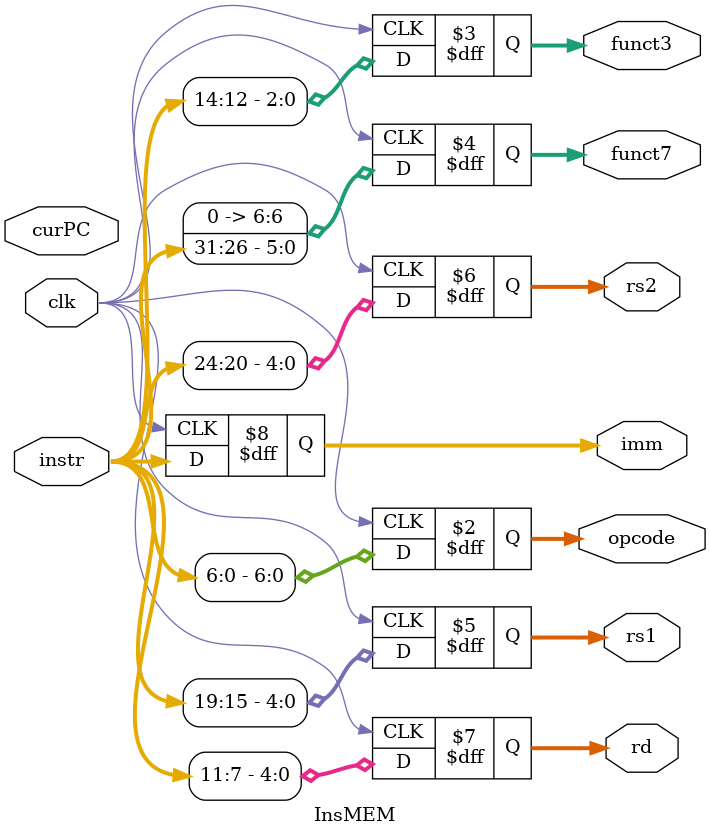
<source format=v>
module InsMEM (
        input clk,
        input [31:0] curPC,      //PC值
        output reg[6:0] opcode,      //操作码位段
        output reg[2:0] funct3,  //3位功能码位段
        output reg[6:0] funct7,  //7位功能码位段
        output reg[4:0] rs1,     //rs1地址位段
        output reg[4:0] rs2,     //rs2地址位段
        output reg[4:0] rd,      //rd地址位段
        output reg[31:0] imm,    //立即数位段传给extend模块拼接扩展
        input   [31:0] instr  //读取得到32位指令
    );
    reg [31:0] RAM[1023:0];
    //切割指令
    always@(negedge clk)
    begin
        opcode <= instr[6:0];
        rs1 <= instr[19:15];
        rs2 <= instr[24:20];
        rd <= instr[11:7];
        funct3 <= instr[14:12];
        funct7 <= instr[31:26];
        imm <= instr;
       // $display("PC:%h rs1:%d rs2:%d rd:%h",curPC,rs1,rs2,rd);
    end
endmodule //InsMEM
</source>
